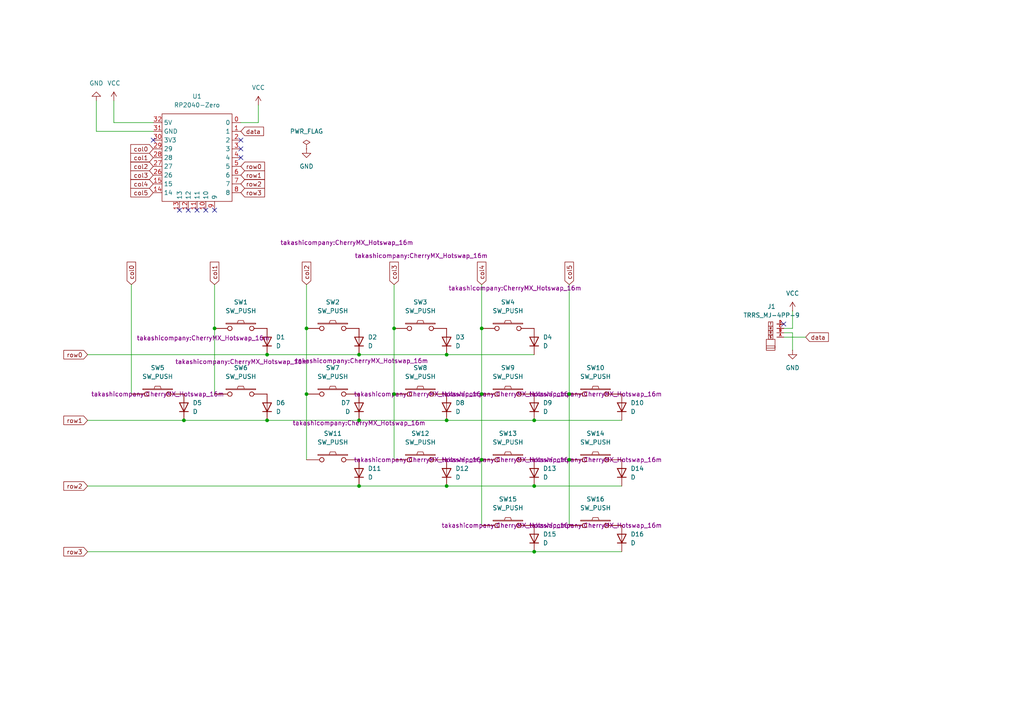
<source format=kicad_sch>
(kicad_sch (version 20250114) (generator "eeschema") (generator_version "9.0")
  (paper "A4")
  (lib_symbols
    (symbol "Device:D" (pin_numbers (hide yes)) (pin_names (offset 1.016) (hide yes))
      (property "Reference" "D" (at 0 2.54 0))
      (property "Value" "D" (at 0 -2.54 0))
      (symbol "D_0_1"
        (polyline (pts (xy -1.27 1.27) (xy -1.27 -1.27)) (stroke (width 0.254)))
        (polyline (pts (xy 1.27 1.27) (xy 1.27 -1.27) (xy -1.27 0) (xy 1.27 1.27)) (stroke (width 0.254)))
        (polyline (pts (xy 1.27 0) (xy -1.27 0)))
      )
      (symbol "D_1_1"
        (pin passive line (at -3.81 0 0) (length 2.54) (name "K") (number "1"))
        (pin passive line (at 3.81 0 180) (length 2.54) (name "A") (number "2"))
      )
    )
    (symbol "Salicylic_kbd:TRRS_MJ-4PP-9" (pin_names (offset 1.016))
      (property "Reference" "J" (at 0 5.08 0))
      (property "Value" "TRRS_MJ-4PP-9" (at 0 -6.985 0))
      (symbol "TRRS_MJ-4PP-9_0_0"
        (text "T" (at 0 2.54 0) (effects (font (size 0.6096 0.6096))))
        (text "R" (at 0 1.27 0) (effects (font (size 0.6096 0.6096))))
        (text "R" (at 0 0 0) (effects (font (size 0.6096 0.6096))))
        (text "S" (at 0 -1.27 0) (effects (font (size 0.6096 0.6096))))
      )
      (symbol "TRRS_MJ-4PP-9_0_1"
        (rectangle (start -1.27 -1.905) (end 1.27 -5.08))
        (rectangle (start -1.27 -3.81) (end 1.27 -4.445))
        (rectangle (start -0.635 3.175) (end 0.635 1.905))
        (rectangle (start -0.635 1.905) (end 0.635 0.635))
        (rectangle (start -0.635 0.635) (end 0.635 -0.635))
        (rectangle (start -0.635 -0.635) (end 0.635 -1.905))
      )
      (symbol "TRRS_MJ-4PP-9_1_1"
        (pin input line (at 3.81 2.54 180) (length 2.0066) (name "~") (number "D"))
        (pin input line (at 3.81 1.27 180) (length 2.0066) (name "~") (number "C"))
        (pin input line (at 3.81 0 180) (length 2.0066) (name "~") (number "B"))
        (pin input line (at 3.81 -1.27 180) (length 2.0066) (name "~") (number "A"))
      )
    )
    (symbol "isw-mcu:RP2040-Zero"
      (property "Reference" "U" (at 0 17.78 0))
      (property "Value" "RP2040-Zero" (at 0 15.24 0))
      (symbol "RP2040-Zero_0_1"
        (rectangle (start -10.16 12.7) (end 10.16 -12.7))
      )
      (symbol "RP2040-Zero_1_1"
        (pin power_out line (at -12.7 10.16 0) (length 2.54) (name "5V") (number "32"))
        (pin power_in line (at -12.7 7.62 0) (length 2.54) (name "GND") (number "31"))
        (pin power_out line (at -12.7 5.08 0) (length 2.54) (name "3V3") (number "30"))
        (pin bidirectional line (at -12.7 2.54 0) (length 2.54) (name "29") (number "29"))
        (pin bidirectional line (at -12.7 0 0) (length 2.54) (name "28") (number "28"))
        (pin bidirectional line (at -12.7 -2.54 0) (length 2.54) (name "27") (number "27"))
        (pin bidirectional line (at -12.7 -5.08 0) (length 2.54) (name "26") (number "26"))
        (pin bidirectional line (at -12.7 -7.62 0) (length 2.54) (name "15") (number "15"))
        (pin bidirectional line (at -12.7 -10.16 0) (length 2.54) (name "14") (number "14"))
        (pin bidirectional line (at -5.08 -15.24 90) (length 2.54) (name "13") (number "13"))
        (pin bidirectional line (at -2.54 -15.24 90) (length 2.54) (name "12") (number "12"))
        (pin bidirectional line (at 0 -15.24 90) (length 2.54) (name "11") (number "11"))
        (pin bidirectional line (at 2.54 -15.24 90) (length 2.54) (name "10") (number "10"))
        (pin bidirectional line (at 5.08 -15.24 90) (length 2.54) (name "9") (number "9"))
        (pin tri_state line (at 12.7 10.16 180) (length 2.54) (name "0") (number "0"))
        (pin bidirectional line (at 12.7 7.62 180) (length 2.54) (name "1") (number "1"))
        (pin bidirectional line (at 12.7 5.08 180) (length 2.54) (name "2") (number "2"))
        (pin bidirectional line (at 12.7 2.54 180) (length 2.54) (name "3") (number "3"))
        (pin bidirectional line (at 12.7 0 180) (length 2.54) (name "4") (number "4"))
        (pin bidirectional line (at 12.7 -2.54 180) (length 2.54) (name "5") (number "5"))
        (pin bidirectional line (at 12.7 -5.08 180) (length 2.54) (name "6") (number "6"))
        (pin bidirectional line (at 12.7 -7.62 180) (length 2.54) (name "7") (number "7"))
        (pin bidirectional line (at 12.7 -10.16 180) (length 2.54) (name "8") (number "8"))
      )
    )
    (symbol "kbd:SW_PUSH" (pin_numbers (hide yes)) (pin_names (offset 1.016) (hide yes))
      (property "Reference" "SW" (at 3.81 2.794 0))
      (property "Value" "SW_PUSH" (at 0 -2.032 0))
      (symbol "SW_PUSH_0_1"
        (rectangle (start -4.318 1.27) (end 4.318 1.524))
        (polyline (pts (xy -1.016 1.524) (xy -0.762 2.286) (xy 0.762 2.286) (xy 1.016 1.524)))
        (pin passive inverted (at -7.62 0 0) (length 5.08) (name "1") (number "1"))
        (pin passive inverted (at 7.62 0 180) (length 5.08) (name "2") (number "2"))
      )
    )
    (symbol "power:GND" (power) (pin_numbers (hide yes)) (pin_names (offset 0) (hide yes))
      (property "Value" "GND" (at 0 -3.81 0))
      (symbol "GND_0_1"
        (polyline (pts (xy 0 0) (xy 0 -1.27) (xy 1.27 -1.27) (xy 0 -2.54) (xy -1.27 -1.27) (xy 0 -1.27)))
      )
      (symbol "GND_1_1"
        (pin power_in line (at 0 0 270) (length 0) (name "~") (number "1"))
      )
    )
    (symbol "power:PWR_FLAG" (power) (pin_numbers (hide yes)) (pin_names (offset 0) (hide yes))
      (property "Value" "PWR_FLAG" (at 0 3.81 0))
      (symbol "PWR_FLAG_0_0"
        (pin power_out line (at 0 0 90) (length 0) (name "~") (number "1"))
      )
      (symbol "PWR_FLAG_0_1"
        (polyline (pts (xy 0 0) (xy 0 1.27) (xy -1.016 1.905) (xy 0 2.54) (xy 1.016 1.905) (xy 0 1.27)))
      )
    )
    (symbol "power:VCC" (power) (pin_numbers (hide yes)) (pin_names (offset 0) (hide yes))
      (property "Value" "VCC" (at 0 3.556 0))
      (symbol "VCC_0_1"
        (polyline (pts (xy -0.762 1.27) (xy 0 2.54)))
        (polyline (pts (xy 0 2.54) (xy 0.762 1.27)))
        (polyline (pts (xy 0 0) (xy 0 2.54)))
      )
      (symbol "VCC_1_1"
        (pin power_in line (at 0 0 90) (length 0) (name "~") (number "1"))
      )
    )
  )
  (junction (at 114.3 114.3))
  (junction (at 129.54 102.87))
  (junction (at 88.9 114.3))
  (junction (at 154.94 160.02))
  (junction (at 77.47 121.92))
  (junction (at 139.7 95.25))
  (junction (at 154.94 140.97))
  (junction (at 88.9 95.25))
  (junction (at 154.94 121.92))
  (junction (at 104.14 140.97))
  (junction (at 104.14 102.87))
  (junction (at 114.3 95.25))
  (junction (at 165.1 133.35))
  (junction (at 139.7 133.35))
  (junction (at 129.54 121.92))
  (junction (at 104.14 121.92))
  (junction (at 53.34 121.92))
  (junction (at 139.7 114.3))
  (junction (at 165.1 114.3))
  (junction (at 62.23 95.25))
  (junction (at 129.54 140.97))
  (junction (at 77.47 102.87))
  (no_connect (at 57.15 60.96))
  (no_connect (at 69.85 45.72))
  (no_connect (at 62.23 60.96))
  (no_connect (at 54.61 60.96))
  (no_connect (at 59.69 60.96))
  (no_connect (at 44.45 40.64))
  (no_connect (at 52.07 60.96))
  (no_connect (at 227.33 93.98))
  (no_connect (at 69.85 43.18))
  (no_connect (at 69.85 40.64))
  (wire (pts (xy 227.33 96.52) (xy 229.87 96.52)))
  (wire (pts (xy 77.47 121.92) (xy 104.14 121.92)))
  (wire (pts (xy 139.7 82.55) (xy 139.7 95.25)))
  (wire (pts (xy 114.3 95.25) (xy 114.3 114.3)))
  (wire (pts (xy 114.3 114.3) (xy 114.3 133.35)))
  (wire (pts (xy 139.7 114.3) (xy 139.7 133.35)))
  (wire (pts (xy 38.1 82.55) (xy 38.1 114.3)))
  (wire (pts (xy 53.34 121.92) (xy 77.47 121.92)))
  (wire (pts (xy 165.1 82.55) (xy 165.1 114.3)))
  (wire (pts (xy 129.54 140.97) (xy 154.94 140.97)))
  (wire (pts (xy 154.94 121.92) (xy 180.34 121.92)))
  (wire (pts (xy 74.93 30.48) (xy 74.93 35.56)))
  (wire (pts (xy 165.1 133.35) (xy 165.1 152.4)))
  (wire (pts (xy 129.54 102.87) (xy 154.94 102.87)))
  (wire (pts (xy 139.7 95.25) (xy 139.7 114.3)))
  (wire (pts (xy 74.93 35.56) (xy 69.85 35.56)))
  (wire (pts (xy 88.9 82.55) (xy 88.9 95.25)))
  (wire (pts (xy 25.4 102.87) (xy 77.47 102.87)))
  (wire (pts (xy 62.23 95.25) (xy 62.23 114.3)))
  (wire (pts (xy 154.94 140.97) (xy 180.34 140.97)))
  (wire (pts (xy 114.3 82.55) (xy 114.3 95.25)))
  (wire (pts (xy 139.7 133.35) (xy 139.7 152.4)))
  (wire (pts (xy 27.94 38.1) (xy 44.45 38.1)))
  (wire (pts (xy 27.94 29.21) (xy 27.94 38.1)))
  (wire (pts (xy 25.4 140.97) (xy 104.14 140.97)))
  (wire (pts (xy 129.54 121.92) (xy 154.94 121.92)))
  (wire (pts (xy 77.47 102.87) (xy 104.14 102.87)))
  (wire (pts (xy 33.02 29.21) (xy 33.02 35.56)))
  (wire (pts (xy 88.9 114.3) (xy 88.9 133.35)))
  (wire (pts (xy 227.33 95.25) (xy 229.87 95.25)))
  (wire (pts (xy 25.4 121.92) (xy 53.34 121.92)))
  (wire (pts (xy 154.94 160.02) (xy 180.34 160.02)))
  (wire (pts (xy 104.14 140.97) (xy 129.54 140.97)))
  (wire (pts (xy 104.14 102.87) (xy 129.54 102.87)))
  (wire (pts (xy 227.33 97.79) (xy 233.68 97.79)))
  (wire (pts (xy 62.23 82.55) (xy 62.23 95.25)))
  (wire (pts (xy 25.4 160.02) (xy 154.94 160.02)))
  (wire (pts (xy 229.87 95.25) (xy 229.87 90.17)))
  (wire (pts (xy 88.9 95.25) (xy 88.9 114.3)))
  (wire (pts (xy 165.1 114.3) (xy 165.1 133.35)))
  (wire (pts (xy 104.14 121.92) (xy 129.54 121.92)))
  (wire (pts (xy 229.87 96.52) (xy 229.87 101.6)))
  (wire (pts (xy 33.02 35.56) (xy 44.45 35.56)))
  (global_label "row1" (shape input) (at 69.85 50.8 0) (property "Intersheetrefs" "${INTERSHEET_REFS}" (effects (hide yes))))
  (global_label "col2" (shape input) (at 44.45 48.26 180) (property "Intersheetrefs" "${INTERSHEET_REFS}" (effects (hide yes))))
  (global_label "col3" (shape input) (at 114.3 82.55 90) (property "Intersheetrefs" "${INTERSHEET_REFS}" (effects (hide yes))))
  (global_label "col4" (shape input) (at 139.7 82.55 90) (property "Intersheetrefs" "${INTERSHEET_REFS}" (effects (hide yes))))
  (global_label "data" (shape input) (at 233.68 97.79 0) (property "Intersheetrefs" "${INTERSHEET_REFS}" (effects (hide yes))))
  (global_label "row2" (shape input) (at 69.85 53.34 0) (property "Intersheetrefs" "${INTERSHEET_REFS}" (effects (hide yes))))
  (global_label "row1" (shape input) (at 25.4 121.92 180) (property "Intersheetrefs" "${INTERSHEET_REFS}" (effects (hide yes))))
  (global_label "col2" (shape input) (at 88.9 82.55 90) (property "Intersheetrefs" "${INTERSHEET_REFS}" (effects (hide yes))))
  (global_label "col3" (shape input) (at 44.45 50.8 180) (property "Intersheetrefs" "${INTERSHEET_REFS}" (effects (hide yes))))
  (global_label "row2" (shape input) (at 25.4 140.97 180) (property "Intersheetrefs" "${INTERSHEET_REFS}" (effects (hide yes))))
  (global_label "data" (shape input) (at 69.85 38.1 0) (property "Intersheetrefs" "${INTERSHEET_REFS}" (effects (hide yes))))
  (global_label "col0" (shape input) (at 44.45 43.18 180) (property "Intersheetrefs" "${INTERSHEET_REFS}" (effects (hide yes))))
  (global_label "row0" (shape input) (at 69.85 48.26 0) (property "Intersheetrefs" "${INTERSHEET_REFS}" (effects (hide yes))))
  (global_label "col5" (shape input) (at 165.1 82.55 90) (property "Intersheetrefs" "${INTERSHEET_REFS}" (effects (hide yes))))
  (global_label "col1" (shape input) (at 62.23 82.55 90) (property "Intersheetrefs" "${INTERSHEET_REFS}" (effects (hide yes))))
  (global_label "col4" (shape input) (at 44.45 53.34 180) (property "Intersheetrefs" "${INTERSHEET_REFS}" (effects (hide yes))))
  (global_label "row0" (shape input) (at 25.4 102.87 180) (property "Intersheetrefs" "${INTERSHEET_REFS}" (effects (hide yes))))
  (global_label "col5" (shape input) (at 44.45 55.88 180) (property "Intersheetrefs" "${INTERSHEET_REFS}" (effects (hide yes))))
  (global_label "col1" (shape input) (at 44.45 45.72 180) (property "Intersheetrefs" "${INTERSHEET_REFS}" (effects (hide yes))))
  (global_label "col0" (shape input) (at 38.1 82.55 90) (property "Intersheetrefs" "${INTERSHEET_REFS}" (effects (hide yes))))
  (global_label "row3" (shape input) (at 25.4 160.02 180) (property "Intersheetrefs" "${INTERSHEET_REFS}" (effects (hide yes))))
  (global_label "row3" (shape input) (at 69.85 55.88 0) (property "Intersheetrefs" "${INTERSHEET_REFS}" (effects (hide yes))))
  (symbol (lib_id "Device:D") (at 180.34 118.11 90) (unit 1)
    (property "Reference" "D10" (at 182.88 116.8399 90) (effects (justify right)))
    (property "Value" "D" (at 182.88 119.3799 90) (effects (justify right)))
    (property "Footprint" "kbd_Parts:Diode_SMD" (effects (hide yes)))
    (property "Description" "Diode" (effects (hide yes)))
    (property "Sim.Device" "D" (effects (hide yes)))
    (property "Sim.Pins" "1=K 2=A" (effects (hide yes)))
  )
  (symbol (lib_id "kbd:SW_PUSH") (at 69.85 95.25 0) (unit 1)
    (property "Reference" "SW1" (at 69.85 87.63 0))
    (property "Value" "SW_PUSH" (at 69.85 90.17 0))
    (property "Footprint" "takashicompany:CherryMX_Hotswap_16m" (at 58.928 98.044 0))
  )
  (symbol (lib_id "power:VCC") (at 229.87 90.17 0) (unit 1)
    (property "Reference" "#PWR04" (effects (hide yes)))
    (property "Value" "VCC" (at 229.87 85.09 0))
    (property "Description" "Power symbol creates a global label with name \"VCC\"" (effects (hide yes)))
  )
  (symbol (lib_id "power:GND") (at 88.9 43.18 0) (unit 1)
    (property "Reference" "#PWR06" (effects (hide yes)))
    (property "Value" "GND" (at 88.9 48.26 0))
    (property "Description" "Power symbol creates a global label with name \"GND\" , ground" (effects (hide yes)))
  )
  (symbol (lib_id "Device:D") (at 154.94 99.06 90) (unit 1)
    (property "Reference" "D4" (at 157.48 97.7899 90) (effects (justify right)))
    (property "Value" "D" (at 157.48 100.3299 90) (effects (justify right)))
    (property "Footprint" "kbd_Parts:Diode_SMD" (effects (hide yes)))
    (property "Description" "Diode" (effects (hide yes)))
    (property "Sim.Device" "D" (effects (hide yes)))
    (property "Sim.Pins" "1=K 2=A" (effects (hide yes)))
  )
  (symbol (lib_id "Device:D") (at 154.94 156.21 90) (unit 1)
    (property "Reference" "D15" (at 157.48 154.9399 90) (effects (justify right)))
    (property "Value" "D" (at 157.48 157.4799 90) (effects (justify right)))
    (property "Footprint" "kbd_Parts:Diode_SMD" (effects (hide yes)))
    (property "Description" "Diode" (effects (hide yes)))
    (property "Sim.Device" "D" (effects (hide yes)))
    (property "Sim.Pins" "1=K 2=A" (effects (hide yes)))
  )
  (symbol (lib_id "kbd:SW_PUSH") (at 121.92 114.3 0) (unit 1)
    (property "Reference" "SW8" (at 121.92 106.68 0))
    (property "Value" "SW_PUSH" (at 121.92 109.22 0))
    (property "Footprint" "takashicompany:CherryMX_Hotswap_16m" (at 121.92 114.3 0))
  )
  (symbol (lib_id "kbd:SW_PUSH") (at 69.85 114.3 0) (unit 1)
    (property "Reference" "SW6" (at 69.85 106.68 0))
    (property "Value" "SW_PUSH" (at 69.85 109.22 0))
    (property "Footprint" "takashicompany:CherryMX_Hotswap_16m" (at 70.104 104.902 0))
  )
  (symbol (lib_id "Device:D") (at 77.47 118.11 90) (unit 1)
    (property "Reference" "D6" (at 80.01 116.8399 90) (effects (justify right)))
    (property "Value" "D" (at 80.01 119.3799 90) (effects (justify right)))
    (property "Footprint" "kbd_Parts:Diode_SMD" (effects (hide yes)))
    (property "Description" "Diode" (effects (hide yes)))
    (property "Sim.Device" "D" (effects (hide yes)))
    (property "Sim.Pins" "1=K 2=A" (effects (hide yes)))
  )
  (symbol (lib_id "kbd:SW_PUSH") (at 96.52 95.25 0) (unit 1)
    (property "Reference" "SW2" (at 96.52 87.63 0))
    (property "Value" "SW_PUSH" (at 96.52 90.17 0))
    (property "Footprint" "takashicompany:CherryMX_Hotswap_16m" (at 100.584 70.358 0))
  )
  (symbol (lib_id "power:VCC") (at 74.93 30.48 0) (unit 1)
    (property "Reference" "#PWR03" (effects (hide yes)))
    (property "Value" "VCC" (at 74.93 25.4 0))
    (property "Description" "Power symbol creates a global label with name \"VCC\"" (effects (hide yes)))
  )
  (symbol (lib_id "kbd:SW_PUSH") (at 96.52 114.3 0) (unit 1)
    (property "Reference" "SW7" (at 96.52 106.68 0))
    (property "Value" "SW_PUSH" (at 96.52 109.22 0))
    (property "Footprint" "takashicompany:CherryMX_Hotswap_16m" (at 104.902 104.648 0))
  )
  (symbol (lib_id "Device:D") (at 129.54 99.06 90) (unit 1)
    (property "Reference" "D3" (at 132.08 97.7899 90) (effects (justify right)))
    (property "Value" "D" (at 132.08 100.3299 90) (effects (justify right)))
    (property "Footprint" "kbd_Parts:Diode_SMD" (effects (hide yes)))
    (property "Description" "Diode" (effects (hide yes)))
    (property "Sim.Device" "D" (effects (hide yes)))
    (property "Sim.Pins" "1=K 2=A" (effects (hide yes)))
  )
  (symbol (lib_id "Device:D") (at 77.47 99.06 90) (unit 1)
    (property "Reference" "D1" (at 80.01 97.7899 90) (effects (justify right)))
    (property "Value" "D" (at 80.01 100.3299 90) (effects (justify right)))
    (property "Footprint" "kbd_Parts:Diode_SMD" (effects (hide yes)))
    (property "Description" "Diode" (effects (hide yes)))
    (property "Sim.Device" "D" (effects (hide yes)))
    (property "Sim.Pins" "1=K 2=A" (effects (hide yes)))
  )
  (symbol (lib_id "power:GND") (at 229.87 101.6 0) (unit 1)
    (property "Reference" "#PWR05" (effects (hide yes)))
    (property "Value" "GND" (at 229.87 106.68 0))
    (property "Description" "Power symbol creates a global label with name \"GND\" , ground" (effects (hide yes)))
  )
  (symbol (lib_id "Device:D") (at 104.14 118.11 90) (unit 1)
    (property "Reference" "D7" (at 101.6 116.8399 90) (effects (justify left)))
    (property "Value" "D" (at 101.6 119.3799 90) (effects (justify left)))
    (property "Footprint" "kbd_Parts:Diode_SMD" (effects (hide yes)))
    (property "Description" "Diode" (effects (hide yes)))
    (property "Sim.Device" "D" (effects (hide yes)))
    (property "Sim.Pins" "1=K 2=A" (effects (hide yes)))
  )
  (symbol (lib_id "kbd:SW_PUSH") (at 147.32 114.3 0) (unit 1)
    (property "Reference" "SW9" (at 147.32 106.68 0))
    (property "Value" "SW_PUSH" (at 147.32 109.22 0))
    (property "Footprint" "takashicompany:CherryMX_Hotswap_16m" (at 147.32 114.3 0))
  )
  (symbol (lib_id "Device:D") (at 154.94 137.16 90) (unit 1)
    (property "Reference" "D13" (at 157.48 135.8899 90) (effects (justify right)))
    (property "Value" "D" (at 157.48 138.4299 90) (effects (justify right)))
    (property "Footprint" "kbd_Parts:Diode_SMD" (effects (hide yes)))
    (property "Description" "Diode" (effects (hide yes)))
    (property "Sim.Device" "D" (effects (hide yes)))
    (property "Sim.Pins" "1=K 2=A" (effects (hide yes)))
  )
  (symbol (lib_id "power:PWR_FLAG") (at 88.9 43.18 0) (unit 1)
    (property "Reference" "#FLG01" (effects (hide yes)))
    (property "Value" "PWR_FLAG" (at 88.9 38.1 0))
    (property "Description" "Special symbol for telling ERC where power comes from" (effects (hide yes)))
  )
  (symbol (lib_id "kbd:SW_PUSH") (at 172.72 133.35 0) (unit 1)
    (property "Reference" "SW14" (at 172.72 125.73 0))
    (property "Value" "SW_PUSH" (at 172.72 128.27 0))
    (property "Footprint" "takashicompany:CherryMX_Hotswap_16m" (at 172.72 133.35 0))
  )
  (symbol (lib_id "Salicylic_kbd:TRRS_MJ-4PP-9") (at 223.52 96.52 0) (unit 1)
    (property "Reference" "J1" (at 223.7867 88.9 0))
    (property "Value" "TRRS_MJ-4PP-9" (at 223.7867 91.44 0))
    (property "Footprint" "kbd_Parts:TRRS_MJ-4PP-9" (effects (hide yes)))
  )
  (symbol (lib_id "kbd:SW_PUSH") (at 147.32 152.4 0) (unit 1)
    (property "Reference" "SW15" (at 147.32 144.78 0))
    (property "Value" "SW_PUSH" (at 147.32 147.32 0))
    (property "Footprint" "takashicompany:CherryMX_Hotswap_16m" (at 147.32 152.4 0))
  )
  (symbol (lib_id "kbd:SW_PUSH") (at 147.32 133.35 0) (unit 1)
    (property "Reference" "SW13" (at 147.32 125.73 0))
    (property "Value" "SW_PUSH" (at 147.32 128.27 0))
    (property "Footprint" "takashicompany:CherryMX_Hotswap_16m" (at 147.32 133.35 0))
  )
  (symbol (lib_id "Device:D") (at 129.54 137.16 90) (unit 1)
    (property "Reference" "D12" (at 132.08 135.8899 90) (effects (justify right)))
    (property "Value" "D" (at 132.08 138.4299 90) (effects (justify right)))
    (property "Footprint" "kbd_Parts:Diode_SMD" (effects (hide yes)))
    (property "Description" "Diode" (effects (hide yes)))
    (property "Sim.Device" "D" (effects (hide yes)))
    (property "Sim.Pins" "1=K 2=A" (effects (hide yes)))
  )
  (symbol (lib_id "kbd:SW_PUSH") (at 147.32 95.25 0) (unit 1)
    (property "Reference" "SW4" (at 147.32 87.63 0))
    (property "Value" "SW_PUSH" (at 147.32 90.17 0))
    (property "Footprint" "takashicompany:CherryMX_Hotswap_16m" (at 149.352 83.566 0))
  )
  (symbol (lib_id "power:GND") (at 27.94 29.21 180) (unit 1)
    (property "Reference" "#PWR01" (effects (hide yes)))
    (property "Value" "GND" (at 27.94 24.13 0))
    (property "Description" "Power symbol creates a global label with name \"GND\" , ground" (effects (hide yes)))
  )
  (symbol (lib_id "Device:D") (at 53.34 118.11 90) (unit 1)
    (property "Reference" "D5" (at 55.88 116.8399 90) (effects (justify right)))
    (property "Value" "D" (at 55.88 119.3799 90) (effects (justify right)))
    (property "Footprint" "kbd_Parts:Diode_SMD" (effects (hide yes)))
    (property "Description" "Diode" (effects (hide yes)))
    (property "Sim.Device" "D" (effects (hide yes)))
    (property "Sim.Pins" "1=K 2=A" (effects (hide yes)))
  )
  (symbol (lib_id "power:VCC") (at 33.02 29.21 0) (unit 1)
    (property "Reference" "#PWR02" (effects (hide yes)))
    (property "Value" "VCC" (at 33.02 24.13 0))
    (property "Description" "Power symbol creates a global label with name \"VCC\"" (effects (hide yes)))
  )
  (symbol (lib_id "Device:D") (at 180.34 156.21 90) (unit 1)
    (property "Reference" "D16" (at 182.88 154.9399 90) (effects (justify right)))
    (property "Value" "D" (at 182.88 157.4799 90) (effects (justify right)))
    (property "Footprint" "kbd_Parts:Diode_SMD" (effects (hide yes)))
    (property "Description" "Diode" (effects (hide yes)))
    (property "Sim.Device" "D" (effects (hide yes)))
    (property "Sim.Pins" "1=K 2=A" (effects (hide yes)))
  )
  (symbol (lib_id "Device:D") (at 180.34 137.16 90) (unit 1)
    (property "Reference" "D14" (at 182.88 135.8899 90) (effects (justify right)))
    (property "Value" "D" (at 182.88 138.4299 90) (effects (justify right)))
    (property "Footprint" "kbd_Parts:Diode_SMD" (effects (hide yes)))
    (property "Description" "Diode" (effects (hide yes)))
    (property "Sim.Device" "D" (effects (hide yes)))
    (property "Sim.Pins" "1=K 2=A" (effects (hide yes)))
  )
  (symbol (lib_id "Device:D") (at 104.14 99.06 90) (unit 1)
    (property "Reference" "D2" (at 106.68 97.7899 90) (effects (justify right)))
    (property "Value" "D" (at 106.68 100.3299 90) (effects (justify right)))
    (property "Footprint" "kbd_Parts:Diode_SMD" (effects (hide yes)))
    (property "Description" "Diode" (effects (hide yes)))
    (property "Sim.Device" "D" (effects (hide yes)))
    (property "Sim.Pins" "1=K 2=A" (effects (hide yes)))
  )
  (symbol (lib_id "Device:D") (at 154.94 118.11 90) (unit 1)
    (property "Reference" "D9" (at 157.48 116.8399 90) (effects (justify right)))
    (property "Value" "D" (at 157.48 119.3799 90) (effects (justify right)))
    (property "Footprint" "kbd_Parts:Diode_SMD" (effects (hide yes)))
    (property "Description" "Diode" (effects (hide yes)))
    (property "Sim.Device" "D" (effects (hide yes)))
    (property "Sim.Pins" "1=K 2=A" (effects (hide yes)))
  )
  (symbol (lib_id "kbd:SW_PUSH") (at 96.52 133.35 0) (unit 1)
    (property "Reference" "SW11" (at 96.52 125.73 0))
    (property "Value" "SW_PUSH" (at 96.52 128.27 0))
    (property "Footprint" "takashicompany:CherryMX_Hotswap_16m" (at 104.14 122.682 0))
  )
  (symbol (lib_id "kbd:SW_PUSH") (at 121.92 95.25 0) (unit 1)
    (property "Reference" "SW3" (at 121.92 87.63 0))
    (property "Value" "SW_PUSH" (at 121.92 90.17 0))
    (property "Footprint" "takashicompany:CherryMX_Hotswap_16m" (at 122.174 74.168 0))
  )
  (symbol (lib_id "Device:D") (at 129.54 118.11 90) (unit 1)
    (property "Reference" "D8" (at 132.08 116.8399 90) (effects (justify right)))
    (property "Value" "D" (at 132.08 119.3799 90) (effects (justify right)))
    (property "Footprint" "kbd_Parts:Diode_SMD" (effects (hide yes)))
    (property "Description" "Diode" (effects (hide yes)))
    (property "Sim.Device" "D" (effects (hide yes)))
    (property "Sim.Pins" "1=K 2=A" (effects (hide yes)))
  )
  (symbol (lib_id "kbd:SW_PUSH") (at 121.92 133.35 0) (unit 1)
    (property "Reference" "SW12" (at 121.92 125.73 0))
    (property "Value" "SW_PUSH" (at 121.92 128.27 0))
    (property "Footprint" "takashicompany:CherryMX_Hotswap_16m" (at 121.92 133.35 0))
  )
  (symbol (lib_id "isw-mcu:RP2040-Zero") (at 57.15 45.72 0) (unit 1)
    (property "Reference" "U1" (at 57.15 27.94 0))
    (property "Value" "RP2040-Zero" (at 57.15 30.48 0))
    (property "Footprint" "isw-kbd:RP2040-Zero" (effects (hide yes)))
  )
  (symbol (lib_id "kbd:SW_PUSH") (at 172.72 152.4 0) (unit 1)
    (property "Reference" "SW16" (at 172.72 144.78 0))
    (property "Value" "SW_PUSH" (at 172.72 147.32 0))
    (property "Footprint" "takashicompany:CherryMX_Hotswap_16m" (at 172.72 152.4 0))
  )
  (symbol (lib_id "Device:D") (at 104.14 137.16 90) (unit 1)
    (property "Reference" "D11" (at 106.68 135.8899 90) (effects (justify right)))
    (property "Value" "D" (at 106.68 138.4299 90) (effects (justify right)))
    (property "Footprint" "kbd_Parts:Diode_SMD" (effects (hide yes)))
    (property "Description" "Diode" (effects (hide yes)))
    (property "Sim.Device" "D" (effects (hide yes)))
    (property "Sim.Pins" "1=K 2=A" (effects (hide yes)))
  )
  (symbol (lib_id "kbd:SW_PUSH") (at 45.72 114.3 0) (unit 1)
    (property "Reference" "SW5" (at 45.72 106.68 0))
    (property "Value" "SW_PUSH" (at 45.72 109.22 0))
    (property "Footprint" "takashicompany:CherryMX_Hotswap_16m" (at 45.72 114.3 0))
  )
  (symbol (lib_id "kbd:SW_PUSH") (at 172.72 114.3 0) (unit 1)
    (property "Reference" "SW10" (at 172.72 106.68 0))
    (property "Value" "SW_PUSH" (at 172.72 109.22 0))
    (property "Footprint" "takashicompany:CherryMX_Hotswap_16m" (at 172.72 114.3 0))
  )
)
</source>
